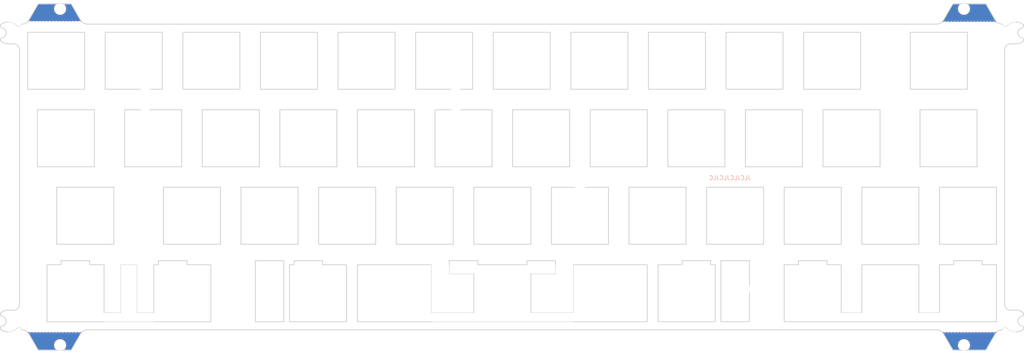
<source format=kicad_pcb>
(kicad_pcb (version 20221018) (generator pcbnew)
  (layers (0 "F.Cu" signal) (31 "B.Cu" signal) (34 "B.Paste" user) (35 "F.Paste" user) (36 "B.SilkS" user "B.Silkscreen") (37 "F.SilkS" user "F.Silkscreen") (38 "B.Mask" user) (39 "F.Mask" user) (44 "Edge.Cuts" user))
  (net 0 "")
  (footprint "PCM_marbastlib-various:mousebites_1mm" (layer "F.Cu") (at 130.825002 124.475001 90)
    (fp_text reference "REF**" hide)
    (fp_text value "mousebites 1mm" hide)
    (pad "" np_thru_hole circle (at 0.25 -0.635 90) (size 0.75 0.75) (drill 0.75) (layers "*.Cu" "*.Mask"))
    (pad "" np_thru_hole circle (at 0.25 0.635 90) (size 0.75 0.75) (drill 0.75) (layers "*.Cu" "*.Mask"))
    (pad "" np_thru_hole circle (at 0.25 1.905 90) (size 0.75 0.75) (drill 0.75) (layers "*.Cu" "*.Mask"))
  )
  (footprint "PCM_marbastlib-various:mousebites_1mm" (layer "F.Cu") (at 251.475002 124.475001 90)
    (fp_text reference "REF**" hide)
    (fp_text value "mousebites 1mm" hide)
    (pad "" np_thru_hole circle (at 0.25 -1.905 90) (size 0.75 0.75) (drill 0.75) (layers "*.Cu" "*.Mask"))
    (pad "" np_thru_hole circle (at 0.25 -0.635 90) (size 0.75 0.75) (drill 0.75) (layers "*.Cu" "*.Mask"))
    (pad "" np_thru_hole circle (at 0.25 0.635 90) (size 0.75 0.75) (drill 0.75) (layers "*.Cu" "*.Mask"))
    (pad "" np_thru_hole circle (at 0.25 1.905 90) (size 0.75 0.75) (drill 0.75) (layers "*.Cu" "*.Mask"))
  )
  (footprint "" (layer "F.Cu") (at 57.487502 118.744151)
    (fp_text reference "" (at 0 0) (layer "F.SilkS") (effects (font (size 1.27 1.27))))
    (fp_text value "" (at 0 0) (layer "F.SilkS") (effects (font (size 1.27 1.27))))
    (pad "" np_thru_hole circle (at 0 0) (size 5.5 5.5) (drill 5.5) (layers "*.Cu" "*.Mask"))
  )
  (footprint "" (layer "F.Cu") (at 238.274796 81.69425)
    (fp_text reference "" (at 0 0) (layer "F.SilkS") (effects (font (size 1.27 1.27))))
    (fp_text value "" (at 0 0) (layer "F.SilkS") (effects (font (size 1.27 1.27))))
    (pad "" np_thru_hole circle (at 0 0) (size 5.5 5.5) (drill 5.5) (layers "*.Cu" "*.Mask"))
  )
  (footprint "PCM_marbastlib-various:mousebites_2mm" (layer "F.Cu") (at 269.916969 137.633476 180)
    (fp_text reference "REF**" hide)
    (fp_text value "mousebites 2mm" hide)
    (pad "" np_thru_hole circle (at 0.05 0 180) (size 0.5 0.5) (drill 0.5) (layers "*.Cu" "*.Mask"))
    (pad "" np_thru_hole circle (at 0.05 0.9 180) (size 0.5 0.5) (drill 0.5) (layers "*.Cu" "*.Mask"))
    (pad "" np_thru_hole circle (at 0.05 1.85 180) (size 0.5 0.5) (drill 0.5) (layers "*.Cu" "*.Mask"))
    (pad "" np_thru_hole circle (at 0.2 -0.9 180) (size 0.5 0.5) (drill 0.5) (layers "*.Cu" "*.Mask"))
    (pad "" np_thru_hole circle (at 0.4 -1.8 180) (size 0.5 0.5) (drill 0.5) (layers "*.Cu" "*.Mask"))
  )
  (footprint "" (layer "F.Cu") (at 260.025128 144.39375 180)
    (fp_text reference "" (at 0 0) (layer "F.SilkS") (effects (font (size 1.27 1.27))))
    (fp_text value "" (at 0 0) (layer "F.SilkS") (effects (font (size 1.27 1.27))))
    (pad "" np_thru_hole circle (at 0 0 180) (size 2.5 2.5) (drill 2.5) (layers "*.Cu" "*.Mask"))
  )
  (footprint "" (layer "F.Cu") (at 260.025128 144.39375 180)
    (fp_text reference "" (at 0 0) (layer "F.SilkS") (effects (font (size 1.27 1.27))))
    (fp_text value "" (at 0 0) (layer "F.SilkS") (effects (font (size 1.27 1.27))))
    (pad "" np_thru_hole circle (at 0 0 180) (size 2.5 2.5) (drill 2.5) (layers "*.Cu" "*.Mask"))
  )
  (footprint "" (layer "F.Cu") (at 104.387502 130.294151)
    (fp_text reference "" (at 0 0) (layer "F.SilkS") (effects (font (size 1.27 1.27))))
    (fp_text value "" (at 0 0) (layer "F.SilkS") (effects (font (size 1.27 1.27))))
    (pad "" np_thru_hole circle (at 0 0) (size 5.5 5.5) (drill 5.5) (layers "*.Cu" "*.Mask"))
  )
  (footprint "PCM_marbastlib-various:mousebites_1mm" (layer "F.Cu") (at 51.450002 124.475001 90)
    (fp_text reference "REF**" hide)
    (fp_text value "mousebites 1mm" hide)
    (pad "" np_thru_hole circle (at 0.25 -1.905 90) (size 0.75 0.75) (drill 0.75) (layers "*.Cu" "*.Mask"))
    (pad "" np_thru_hole circle (at 0.25 -0.635 90) (size 0.75 0.75) (drill 0.75) (layers "*.Cu" "*.Mask"))
    (pad "" np_thru_hole circle (at 0.25 0.635 90) (size 0.75 0.75) (drill 0.75) (layers "*.Cu" "*.Mask"))
  )
  (footprint "" (layer "F.Cu") (at 38.137628 144.39375 180)
    (fp_text reference "" (at 0 0) (layer "F.SilkS") (effects (font (size 1.27 1.27))))
    (fp_text value "" (at 0 0) (layer "F.SilkS") (effects (font (size 1.27 1.27))))
    (pad "" np_thru_hole circle (at 0 0 180) (size 2.5 2.5) (drill 2.5) (layers "*.Cu" "*.Mask"))
  )
  (footprint "" (layer "F.Cu") (at 260.024872 61.69375)
    (fp_text reference "" (at 0 0) (layer "F.SilkS") (effects (font (size 1.27 1.27))))
    (fp_text value "" (at 0 0) (layer "F.SilkS") (effects (font (size 1.27 1.27))))
    (pad "" np_thru_hole circle (at 0 0) (size 2.5 2.5) (drill 2.5) (layers "*.Cu" "*.Mask"))
  )
  (footprint "" (layer "F.Cu") (at 165.724795 103.094252)
    (fp_text reference "" (at 0 0) (layer "F.SilkS") (effects (font (size 1.27 1.27))))
    (fp_text value "" (at 0 0) (layer "F.SilkS") (effects (font (size 1.27 1.27))))
    (pad "" np_thru_hole circle (at 0 0) (size 5.5 5.5) (drill 5.5) (layers "*.Cu" "*.Mask"))
  )
  (footprint "" (layer "F.Cu") (at 38.137628 144.39375 180)
    (fp_text reference "" (at 0 0) (layer "F.SilkS") (effects (font (size 1.27 1.27))))
    (fp_text value "" (at 0 0) (layer "F.SilkS") (effects (font (size 1.27 1.27))))
    (pad "" np_thru_hole circle (at 0 0 180) (size 2.5 2.5) (drill 2.5) (layers "*.Cu" "*.Mask"))
  )
  (footprint "PCM_marbastlib-various:mousebites_2mm" (layer "F.Cu") (at 36.812939 65.170467 -90)
    (fp_text reference "REF**" hide)
    (fp_text value "mousebites 2mm" hide)
    (pad "" np_thru_hole circle (at 0 -6 270) (size 0.5 0.5) (drill 0.5) (layers "F&B.Cu" "*.Mask"))
    (pad "" np_thru_hole circle (at 0 -5.2 270) (size 0.5 0.5) (drill 0.5) (layers "F&B.Cu" "*.Mask"))
    (pad "" np_thru_hole circle (at 0 -4.4 270) (size 0.5 0.5) (drill 0.5) (layers "F&B.Cu" "*.Mask"))
    (pad "" np_thru_hole circle (at 0 -3.6 270) (size 0.5 0.5) (drill 0.5) (layers "F&B.Cu" "*.Mask"))
    (pad "" np_thru_hole circle (at 0 -2.8 270) (size 0.5 0.5) (drill 0.5) (layers "F&B.Cu" "*.Mask"))
    (pad "" np_thru_hole circle (at 0 -2 270) (size 0.5 0.5) (drill 0.5) (layers "F&B.Cu" "*.Mask"))
    (pad "" np_thru_hole circle (at 0 -1.2 270) (size 0.5 0.5) (drill 0.5) (layers "F&B.Cu" "*.Mask"))
    (pad "" np_thru_hole circle (at 0 -0.4 270) (size 0.5 0.5) (drill 0.5) (layers "F&B.Cu" "*.Mask"))
    (pad "" np_thru_hole circle (at 0 0.4 270) (size 0.5 0.5) (drill 0.5) (layers "F&B.Cu" "*.Mask"))
    (pad "" np_thru_hole circle (at 0 1.2 270) (size 0.5 0.5) (drill 0.5) (layers "F&B.Cu" "*.Mask"))
    (pad "" np_thru_hole circle (at 0 2 270) (size 0.5 0.5) (drill 0.5) (layers "F&B.Cu" "*.Mask"))
    (pad "" np_thru_hole circle (at 0 2.8 270) (size 0.5 0.5) (drill 0.5) (layers "F&B.Cu" "*.Mask"))
    (pad "" np_thru_hole circle (at 0 3.6 270) (size 0.5 0.5) (drill 0.5) (layers "F&B.Cu" "*.Mask"))
    (pad "" np_thru_hole circle (at 0 4.4 270) (size 0.5 0.5) (drill 0.5) (layers "F&B.Cu" "*.Mask"))
    (pad "" np_thru_hole circle (at 0 5.2 270) (size 0.5 0.5) (drill 0.5) (layers "F&B.Cu" "*.Mask"))
    (pad "" np_thru_hole circle (at 0 6 270) (size 0.5 0.5) (drill 0.5) (layers "F&B.Cu" "*.Mask"))
  )
  (footprint "" (layer "F.Cu") (at 59.0375 83.992988)
    (fp_text reference "" (at 0 0) (layer "F.SilkS") (effects (font (size 1.27 1.27))))
    (fp_text value "" (at 0 0) (layer "F.SilkS") (effects (font (size 1.27 1.27))))
    (pad "" np_thru_hole circle (at 0 0) (size 5.5 5.5) (drill 5.5) (layers "*.Cu" "*.Mask"))
  )
  (footprint "PCM_marbastlib-various:mousebites_1mm" (layer "F.Cu") (at 232.425002 124.475001 90)
    (fp_text reference "REF**" hide)
    (fp_text value "mousebites 1mm" hide)
    (pad "" np_thru_hole circle (at 0.25 -1.905 90) (size 0.75 0.75) (drill 0.75) (layers "*.Cu" "*.Mask"))
    (pad "" np_thru_hole circle (at 0.25 -0.635 90) (size 0.75 0.75) (drill 0.75) (layers "*.Cu" "*.Mask"))
    (pad "" np_thru_hole circle (at 0.25 0.635 90) (size 0.75 0.75) (drill 0.75) (layers "*.Cu" "*.Mask"))
    (pad "" np_thru_hole circle (at 0.25 1.905 90) (size 0.75 0.75) (drill 0.75) (layers "*.Cu" "*.Mask"))
  )
  (footprint "" (layer "F.Cu") (at 38.137372 61.69375)
    (fp_text reference "" (at 0 0) (layer "F.SilkS") (effects (font (size 1.27 1.27))))
    (fp_text value "" (at 0 0) (layer "F.SilkS") (effects (font (size 1.27 1.27))))
    (pad "" np_thru_hole circle (at 0 0) (size 2.5 2.5) (drill 2.5) (layers "F&B.Cu" "*.Mask"))
  )
  (footprint "PCM_marbastlib-various:mousebites_1mm" (layer "F.Cu") (at 58.593752 124.475001 90)
    (fp_text reference "REF**" hide)
    (fp_text value "mousebites 1mm" hide)
    (pad "" np_thru_hole circle (at 0.25 -0.635 90) (size 0.75 0.75) (drill 0.75) (layers "*.Cu" "*.Mask"))
    (pad "" np_thru_hole circle (at 0.25 0.635 90) (size 0.75 0.75) (drill 0.75) (layers "*.Cu" "*.Mask"))
    (pad "" np_thru_hole circle (at 0.25 1.905 90) (size 0.75 0.75) (drill 0.75) (layers "*.Cu" "*.Mask"))
  )
  (footprint "" (layer "F.Cu") (at 135.237503 83.992988)
    (fp_text reference "" (at 0 0) (layer "F.SilkS") (effects (font (size 1.27 1.27))))
    (fp_text value "" (at 0 0) (layer "F.SilkS") (effects (font (size 1.27 1.27))))
    (pad "" np_thru_hole circle (at 0 0) (size 5.5 5.5) (drill 5.5) (layers "*.Cu" "*.Mask"))
  )
  (footprint "PCM_marbastlib-various:mousebites_2mm" (layer "F.Cu") (at 261.349561 140.817033 90)
    (fp_text reference "REF**" hide)
    (fp_text value "mousebites 2mm" hide)
    (pad "" np_thru_hole circle (at 0 -6 90) (size 0.5 0.5) (drill 0.5) (layers "*.Cu" "*.Mask"))
    (pad "" np_thru_hole circle (at 0 -5.2 90) (size 0.5 0.5) (drill 0.5) (layers "*.Cu" "*.Mask"))
    (pad "" np_thru_hole circle (at 0 -4.4 90) (size 0.5 0.5) (drill 0.5) (layers "*.Cu" "*.Mask"))
    (pad "" np_thru_hole circle (at 0 -3.6 90) (size 0.5 0.5) (drill 0.5) (layers "*.Cu" "*.Mask"))
    (pad "" np_thru_hole circle (at 0 -2.8 90) (size 0.5 0.5) (drill 0.5) (layers "*.Cu" "*.Mask"))
    (pad "" np_thru_hole circle (at 0 -2 90) (size 0.5 0.5) (drill 0.5) (layers "*.Cu" "*.Mask"))
    (pad "" np_thru_hole circle (at 0 -1.2 90) (size 0.5 0.5) (drill 0.5) (layers "*.Cu" "*.Mask"))
    (pad "" np_thru_hole circle (at 0 -0.4 90) (size 0.5 0.5) (drill 0.5) (layers "*.Cu" "*.Mask"))
    (pad "" np_thru_hole circle (at 0 0.4 90) (size 0.5 0.5) (drill 0.5) (layers "*.Cu" "*.Mask"))
    (pad "" np_thru_hole circle (at 0 1.2 90) (size 0.5 0.5) (drill 0.5) (layers "*.Cu" "*.Mask"))
    (pad "" np_thru_hole circle (at 0 2 90) (size 0.5 0.5) (drill 0.5) (layers "*.Cu" "*.Mask"))
    (pad "" np_thru_hole circle (at 0 2.8 90) (size 0.5 0.5) (drill 0.5) (layers "*.Cu" "*.Mask"))
    (pad "" np_thru_hole circle (at 0 3.6 90) (size 0.5 0.5) (drill 0.5) (layers "*.Cu" "*.Mask"))
    (pad "" np_thru_hole circle (at 0 4.4 90) (size 0.5 0.5) (drill 0.5) (layers "*.Cu" "*.Mask"))
    (pad "" np_thru_hole circle (at 0 5.2 90) (size 0.5 0.5) (drill 0.5) (layers "*.Cu" "*.Mask"))
    (pad "" np_thru_hole circle (at 0 6 90) (size 0.5 0.5) (drill 0.5) (layers "*.Cu" "*.Mask"))
  )
  (footprint "" (layer "F.Cu") (at 209.974795 130.494152)
    (fp_text reference "" (at 0 0) (layer "F.SilkS") (effects (font (size 1.27 1.27))))
    (fp_text value "" (at 0 0) (layer "F.SilkS") (effects (font (size 1.27 1.27))))
    (pad "" np_thru_hole circle (at 0 0) (size 5.5 5.5) (drill 5.5) (layers "*.Cu" "*.Mask"))
  )
  (footprint "PCM_marbastlib-various:mousebites_2mm" (layer "F.Cu") (at 28.245529 68.454023)
    (fp_text reference "REF**" hide)
    (fp_text value "mousebites 2mm" hide)
    (pad "" np_thru_hole circle (at 0.05 0) (size 0.5 0.5) (drill 0.5) (layers "F&B.Cu" "*.Mask"))
    (pad "" np_thru_hole circle (at 0.05 0.9) (size 0.5 0.5) (drill 0.5) (layers "F&B.Cu" "*.Mask"))
    (pad "" np_thru_hole circle (at 0.05 1.85) (size 0.5 0.5) (drill 0.5) (layers "F&B.Cu" "*.Mask"))
    (pad "" np_thru_hole circle (at 0.2 -0.9) (size 0.5 0.5) (drill 0.5) (layers "F&B.Cu" "*.Mask"))
    (pad "" np_thru_hole circle (at 0.4 -1.8) (size 0.5 0.5) (drill 0.5) (layers "F&B.Cu" "*.Mask"))
  )
  (footprint "PCM_marbastlib-various:mousebites_2mm" (layer "B.Cu") (at 261.349305 65.270467 -90)
    (fp_text reference "REF**" hide)
    (fp_text value "mousebites 2mm" hide)
    (pad "" np_thru_hole circle (at 0 -6 270) (size 0.5 0.5) (drill 0.5) (layers "*.Cu" "*.Mask"))
    (pad "" np_thru_hole circle (at 0 -5.2 270) (size 0.5 0.5) (drill 0.5) (layers "*.Cu" "*.Mask"))
    (pad "" np_thru_hole circle (at 0 -4.4 270) (size 0.5 0.5) (drill 0.5) (layers "*.Cu" "*.Mask"))
    (pad "" np_thru_hole circle (at 0 -3.6 270) (size 0.5 0.5) (drill 0.5) (layers "*.Cu" "*.Mask"))
    (pad "" np_thru_hole circle (at 0 -2.8 270) (size 0.5 0.5) (drill 0.5) (layers "*.Cu" "*.Mask"))
    (pad "" np_thru_hole circle (at 0 -2 270) (size 0.5 0.5) (drill 0.5) (layers "*.Cu" "*.Mask"))
    (pad "" np_thru_hole circle (at 0 -1.2 270) (size 0.5 0.5) (drill 0.5) (layers "*.Cu" "*.Mask"))
    (pad "" np_thru_hole circle (at 0 -0.4 270) (size 0.5 0.5) (drill 0.5) (layers "*.Cu" "*.Mask"))
    (pad "" np_thru_hole circle (at 0 0.4 270) (size 0.5 0.5) (drill 0.5) (layers "*.Cu" "*.Mask"))
    (pad "" np_thru_hole circle (at 0 1.2 270) (size 0.5 0.5) (drill 0.5) (layers "*.Cu" "*.Mask"))
    (pad "" np_thru_hole circle (at 0 2 270) (size 0.5 0.5) (drill 0.5) (layers "*.Cu" "*.Mask"))
    (pad "" np_thru_hole circle (at 0 2.8 270) (size 0.5 0.5) (drill 0.5) (layers "*.Cu" "*.Mask"))
    (pad "" np_thru_hole circle (at 0 3.6 270) (size 0.5 0.5) (drill 0.5) (layers "*.Cu" "*.Mask"))
    (pad "" np_thru_hole circle (at 0 4.4 270) (size 0.5 0.5) (drill 0.5) (layers "*.Cu" "*.Mask"))
    (pad "" np_thru_hole circle (at 0 5.2 270) (size 0.5 0.5) (drill 0.5) (layers "*.Cu" "*.Mask"))
    (pad "" np_thru_hole circle (at 0 6 270) (size 0.5 0.5) (drill 0.5) (layers "*.Cu" "*.Mask"))
  )
  (footprint "PCM_marbastlib-various:mousebites_2mm" (layer "B.Cu") (at 269.916969 68.454024 180)
    (fp_text reference "REF**" hide)
    (fp_text value "mousebites 2mm" hide)
    (pad "" np_thru_hole circle (at 0.05 -1.85 180) (size 0.5 0.5) (drill 0.5) (layers "*.Cu" "*.Mask"))
    (pad "" np_thru_hole circle (at 0.05 -0.9 180) (size 0.5 0.5) (drill 0.5) (layers "*.Cu" "*.Mask"))
    (pad "" np_thru_hole circle (at 0.05 0 180) (size 0.5 0.5) (drill 0.5) (layers "*.Cu" "*.Mask"))
    (pad "" np_thru_hole circle (at 0.2 0.9 180) (size 0.5 0.5) (drill 0.5) (layers "*.Cu" "*.Mask"))
    (pad "" np_thru_hole circle (at 0.4 1.8 180) (size 0.5 0.5) (drill 0.5) (layers "*.Cu" "*.Mask"))
  )
  (footprint "PCM_marbastlib-various:mousebites_2mm" (layer "B.Cu") (at 28.245531 137.633476)
    (fp_text reference "REF**" hide)
    (fp_text value "mousebites 2mm" hide)
    (pad "" np_thru_hole circle (at 0.05 -1.85) (size 0.5 0.5) (drill 0.5) (layers "*.Cu" "*.Mask"))
    (pad "" np_thru_hole circle (at 0.05 -0.9) (size 0.5 0.5) (drill 0.5) (layers "*.Cu" "*.Mask"))
    (pad "" np_thru_hole circle (at 0.05 0) (size 0.5 0.5) (drill 0.5) (layers "*.Cu" "*.Mask"))
    (pad "" np_thru_hole circle (at 0.2 0.9) (size 0.5 0.5) (drill 0.5) (layers "*.Cu" "*.Mask"))
    (pad "" np_thru_hole circle (at 0.4 1.8) (size 0.5 0.5) (drill 0.5) (layers "*.Cu" "*.Mask"))
  )
  (footprint "PCM_marbastlib-various:mousebites_2mm" (layer "B.Cu") (at 36.813195 140.817033 90)
    (fp_text reference "REF**" hide)
    (fp_text value "mousebites 2mm" hide)
    (pad "" np_thru_hole circle (at 0 -6 90) (size 0.5 0.5) (drill 0.5) (layers "*.Cu" "*.Mask"))
    (pad "" np_thru_hole circle (at 0 -5.2 90) (size 0.5 0.5) (drill 0.5) (layers "*.Cu" "*.Mask"))
    (pad "" np_thru_hole circle (at 0 -4.4 90) (size 0.5 0.5) (drill 0.5) (layers "*.Cu" "*.Mask"))
    (pad "" np_thru_hole circle (at 0 -3.6 90) (size 0.5 0.5) (drill 0.5) (layers "*.Cu" "*.Mask"))
    (pad "" np_thru_hole circle (at 0 -2.8 90) (size 0.5 0.5) (drill 0.5) (layers "*.Cu" "*.Mask"))
    (pad "" np_thru_hole circle (at 0 -2 90) (size 0.5 0.5) (drill 0.5) (layers "*.Cu" "*.Mask"))
    (pad "" np_thru_hole circle (at 0 -1.2 90) (size 0.5 0.5) (drill 0.5) (layers "*.Cu" "*.Mask"))
    (pad "" np_thru_hole circle (at 0 -0.4 90) (size 0.5 0.5) (drill 0.5) (layers "*.Cu" "*.Mask"))
    (pad "" np_thru_hole circle (at 0 0.4 90) (size 0.5 0.5) (drill 0.5) (layers "*.Cu" "*.Mask"))
    (pad "" np_thru_hole circle (at 0 1.2 90) (size 0.5 0.5) (drill 0.5) (layers "*.Cu" "*.Mask"))
    (pad "" np_thru_hole circle (at 0 2 90) (size 0.5 0.5) (drill 0.5) (layers "*.Cu" "*.Mask"))
    (pad "" np_thru_hole circle (at 0 2.8 90) (size 0.5 0.5) (drill 0.5) (layers "*.Cu" "*.Mask"))
    (pad "" np_thru_hole circle (at 0 3.6 90) (size 0.5 0.5) (drill 0.5) (layers "*.Cu" "*.Mask"))
    (pad "" np_thru_hole circle (at 0 4.4 90) (size 0.5 0.5) (drill 0.5) (layers "*.Cu" "*.Mask"))
    (pad "" np_thru_hole circle (at 0 5.2 90) (size 0.5 0.5) (drill 0.5) (layers "*.Cu" "*.Mask"))
    (pad "" np_thru_hole circle (at 0 6 90) (size 0.5 0.5) (drill 0.5) (layers "*.Cu" "*.Mask"))
  )
  (footprint "PCM_marbastlib-various:mousebites_1mm" (layer "B.Cu") (at 162.574998 124.475001 90)
    (fp_text reference "REF**" hide)
    (fp_text value "mousebites 1mm" hide)
    (pad "" np_thru_hole circle (at 0.25 -1.905 90) (size 0.75 0.75) (drill 0.75) (layers "*.Cu" "*.Mask"))
    (pad "" np_thru_hole circle (at 0.25 -0.635 90) (size 0.75 0.75) (drill 0.75) (layers "*.Cu" "*.Mask"))
    (pad "" np_thru_hole circle (at 0.25 0.635 90) (size 0.75 0.75) (drill 0.75) (layers "*.Cu" "*.Mask"))
  )
  (gr_line (start 30.461201 141.61875) (end 32.770602 145.61875) (stroke (width 0.2)) (layer "Edge.Cuts"))
  (gr_arc (start 28.72915 140.61875) (mid 29.72915 140.886699) (end 30.461201 141.61875) (stroke (width 0.2)) (layer "Edge.Cuts"))
  (gr_line (start 28.1625 71.793752) (end 28.1625 134.293751) (stroke (width 0.2)) (layer "Edge.Cuts"))
  (gr_line (start 206.375 86.51875) (end 220.375 86.51875) (stroke (width 0.2)) (layer "Edge.Cuts"))
  (gr_line (start 63.2125 67.46875) (end 49.2125 67.46875) (stroke (width 0.2)) (layer "Edge.Cuts"))
  (gr_line (start 69.26925 124.61875) (end 75.11875 124.61875) (stroke (width 0.2)) (layer "Edge.Cuts"))
  (gr_line (start 177.8 119.56875) (end 177.8 105.56875) (stroke (width 0.2)) (layer "Edge.Cuts"))
  (gr_line (start 159.724999 123.61875) (end 159.724999 124.61875) (stroke (width 0.2)) (layer "Edge.Cuts"))
  (gr_line (start 106.075001 86.51875) (end 106.075001 100.51875) (stroke (width 0.2)) (layer "Edge.Cuts"))
  (gr_line (start 196.5625 81.468751) (end 182.5625 81.468751) (stroke (width 0.2)) (layer "Edge.Cuts"))
  (gr_line (start 111.124999 100.51875) (end 111.124999 86.51875) (stroke (width 0.2)) (layer "Edge.Cuts"))
  (gr_line (start 248.949999 124.61875) (end 248.949999 136.381251) (stroke (width 0.2)) (layer "Edge.Cuts"))
  (gr_line (start 95.574999 124.61875) (end 95.574999 123.61875) (stroke (width 0.2)) (layer "Edge.Cuts"))
  (gr_arc (start 25.312498 70.293751) (mid 24.444271 70.14893) (end 23.670052 69.730148) (stroke (width 0.2)) (layer "Edge.Cuts"))
  (gr_arc (start 274.492446 136.357356) (mid 274.671945 136.867421) (end 274.282462 137.242505) (stroke (width 0.2)) (layer "Edge.Cuts"))
  (gr_line (start 87.3125 67.468749) (end 101.3125 67.468749) (stroke (width 0.2)) (layer "Edge.Cuts"))
  (gr_line (start 108.45625 138.61875) (end 94.45625 138.61875) (stroke (width 0.2)) (layer "Edge.Cuts"))
  (gr_line (start 129.237502 131.618751) (end 129.237502 124.61875) (stroke (width 0.1)) (layer "Edge.Cuts"))
  (gr_line (start 219.399998 124.61875) (end 219.4 123.618751) (stroke (width 0.2)) (layer "Edge.Cuts"))
  (gr_arc (start 274.492446 140.580148) (mid 273.718227 140.998931) (end 272.849999 141.143751) (stroke (width 0.2)) (layer "Edge.Cuts"))
  (gr_line (start 200.349999 138.618751) (end 200.349999 123.61875) (stroke (width 0.2)) (layer "Edge.Cuts"))
  (gr_arc (start 255.010701 64.46875) (mid 254.27865 65.200801) (end 253.27865 65.46875) (stroke (width 0.2)) (layer "Edge.Cuts"))
  (gr_line (start 200.349999 123.61875) (end 207.349999 123.61875) (stroke (width 0.2)) (layer "Edge.Cuts"))
  (gr_line (start 234.6625 81.468751) (end 220.662499 81.468751) (stroke (width 0.2)) (layer "Edge.Cuts"))
  (gr_line (start 38.386375 145.61875) (end 40.842398 145.61875) (stroke (width 0.2)) (layer "Edge.Cuts"))
  (gr_line (start 271.500001 70.29375) (end 272.849999 70.29375) (stroke (width 0.2)) (layer "Edge.Cuts"))
  (gr_line (start 197.825 123.618751) (end 197.825 124.61875) (stroke (width 0.2)) (layer "Edge.Cuts"))
  (gr_line (start 264.499999 124.61875) (end 268 124.61875) (stroke (width 0.2)) (layer "Edge.Cuts"))
  (gr_line (start 257.5 124.618749) (end 257.5 123.618751) (stroke (width 0.2)) (layer "Edge.Cuts"))
  (gr_line (start 75.11875 124.61875) (end 75.11875 138.618751) (stroke (width 0.2)) (layer "Edge.Cuts"))
  (gr_line (start 38.39325 124.61875) (end 38.39325 123.61875) (stroke (width 0.2)) (layer "Edge.Cuts"))
  (gr_line (start 82.2625 67.468749) (end 82.262499 81.46875) (stroke (width 0.2)) (layer "Edge.Cuts"))
  (gr_line (start 120.649999 119.56875) (end 120.649999 105.56875) (stroke (width 0.2)) (layer "Edge.Cuts"))
  (gr_line (start 139.7 126.856251) (end 133.675 126.856251) (stroke (width 0.1)) (layer "Edge.Cuts"))
  (gr_line (start 248.949999 124.61875) (end 234.949998 124.61875) (stroke (width 0.2)) (layer "Edge.Cuts"))
  (gr_line (start 234.949999 119.56875) (end 234.95 105.568751) (stroke (width 0.2)) (layer "Edge.Cuts"))
  (gr_line (start 249.2375 86.518751) (end 263.237498 86.51875) (stroke (width 0.2)) (layer "Edge.Cuts"))
  (gr_arc (start 28.729148 65.468749) (mid 28.254252 66.034442) (end 27.544308 65.830689) (stroke (width 0.1)) (layer "Edge.Cuts"))
  (gr_line (start 253.999999 138.618751) (end 229.9 138.61875) (stroke (width 0.2)) (layer "Edge.Cuts"))
  (gr_arc (start 274.282462 68.844995) (mid 273.275 67.618751) (end 274.282462 66.392507) (stroke (width 0.2)) (layer "Edge.Cuts"))
  (gr_line (start 177.5125 67.46875) (end 177.5125 81.46875) (stroke (width 0.2)) (layer "Edge.Cuts"))
  (gr_line (start 38.386375 145.61875) (end 37.888881 145.61875) (stroke (width 0.1)) (layer "Edge.Cuts"))
  (gr_line (start 86.05 123.61875) (end 93.05 123.618751) (stroke (width 0.2)) (layer "Edge.Cuts"))
  (gr_arc (start 269.43335 140.61875) (mid 269.908246 140.053057) (end 270.61819 140.25681) (stroke (width 0.1)) (layer "Edge.Cuts"))
  (gr_arc (start 23.670052 69.730148) (mid 23.49055 69.22008) (end 23.880036 68.844996) (stroke (width 0.2)) (layer "Edge.Cuts"))
  (gr_line (start 48.925003 138.618751) (end 61.118748 138.618751) (stroke (width 0.1)) (layer "Edge.Cuts"))
  (gr_arc (start 43.151799 141.61875) (mid 43.88385 140.886699) (end 44.88385 140.61875) (stroke (width 0.2)) (layer "Edge.Cuts"))
  (gr_line (start 106.3625 81.468751) (end 106.3625 67.46875) (stroke (width 0.2)) (layer "Edge.Cuts"))
  (gr_line (start 144.4625 81.46875) (end 144.4625 67.46875) (stroke (width 0.2)) (layer "Edge.Cuts"))
  (gr_line (start 43.151799 64.46875) (end 40.842398 60.46875) (stroke (width 0.2)) (layer "Edge.Cuts"))
  (gr_line (start 259.776125 60.46875) (end 257.320102 60.46875) (stroke (width 0.2)) (layer "Edge.Cuts"))
  (gr_arc (start 274.282462 139.694996) (mid 273.275 138.468752) (end 274.282462 137.242505) (stroke (width 0.2)) (layer "Edge.Cuts"))
  (gr_line (start 111.124999 138.61875) (end 111.124999 124.61875) (stroke (width 0.2)) (layer "Edge.Cuts"))
  (gr_line (start 32.770602 60.46875) (end 30.461201 64.46875) (stroke (width 0.2)) (layer "Edge.Cuts"))
  (gr_line (start 139.412499 67.46875) (end 125.412499 67.46875) (stroke (width 0.2)) (layer "Edge.Cuts"))
  (gr_line (start 26.662499 135.79375) (end 25.312498 135.79375) (stroke (width 0.2)) (layer "Edge.Cuts"))
  (gr_line (start 263.237498 86.51875) (end 263.237498 100.51875) (stroke (width 0.2)) (layer "Edge.Cuts"))
  (gr_line (start 164.162498 138.618752) (end 129.237502 138.618752) (stroke (width 0.1)) (layer "Edge.Cuts"))
  (gr_line (start 215.899999 138.61875) (end 215.899999 124.61875) (stroke (width 0.2)) (layer "Edge.Cuts"))
  (gr_line (start 257.5 124.618749) (end 254 124.618751) (stroke (width 0.2)) (layer "Edge.Cuts"))
  (gr_arc (start 272.849999 64.943752) (mid 273.718227 65.088573) (end 274.492446 65.507355) (stroke (width 0.2)) (layer "Edge.Cuts"))
  (gr_line (start 184.943748 124.61875) (end 190.825 124.61875) (stroke (width 0.2)) (layer "Edge.Cuts"))
  (gr_line (start 38.39325 123.61875) (end 45.39325 123.618751) (stroke (width 0.2)) (layer "Edge.Cuts"))
  (gr_line (start 260.85625 67.46875) (end 260.85625 81.46875) (stroke (width 0.2)) (layer "Edge.Cuts"))
  (gr_line (start 106.3625 67.46875) (end 120.3625 67.46875) (stroke (width 0.2)) (layer "Edge.Cuts"))
  (gr_line (start 34.925 138.618751) (end 34.925001 124.61875) (stroke (width 0.2)) (layer "Edge.Cuts"))
  (gr_line (start 37.30625 105.568751) (end 51.30625 105.568751) (stroke (width 0.2)) (layer "Edge.Cuts"))
  (gr_line (start 68.2625 67.468749) (end 82.2625 67.468749) (stroke (width 0.2)) (layer "Edge.Cuts"))
  (gr_line (start 32.770602 145.61875) (end 37.888881 145.61875) (stroke (width 0.2)) (layer "Edge.Cuts"))
  (gr_line (start 37.30625 119.568751) (end 37.30625 105.568751) (stroke (width 0.2)) (layer "Edge.Cuts"))
  (gr_line (start 153.7 136.381251) (end 159.724999 136.381251) (stroke (width 0.1)) (layer "Edge.Cuts"))
  (gr_line (start 246.85625 81.46875) (end 246.85625 67.46875) (stroke (width 0.2)) (layer "Edge.Cuts"))
  (gr_line (start 92.075 100.51875) (end 92.075 86.51875) (stroke (width 0.2)) (layer "Edge.Cuts"))
  (gr_line (start 133.675 124.61875) (end 133.675 123.618751) (stroke (width 0.2)) (layer "Edge.Cuts"))
  (gr_line (start 226.4 124.618749) (end 229.9 124.61875) (stroke (width 0.2)) (layer "Edge.Cuts"))
  (gr_line (start 120.3625 67.46875) (end 120.3625 81.468751) (stroke (width 0.2)) (layer "Edge.Cuts"))
  (gr_line (start 229.9 119.56875) (end 215.899999 119.56875) (stroke (width 0.2)) (layer "Edge.Cuts"))
  (gr_line (start 63.2125 81.46875) (end 63.2125 67.46875) (stroke (width 0.2)) (layer "Edge.Cuts"))
  (gr_line (start 268 124.61875) (end 268 138.618751) (stroke (width 0.2)) (layer "Edge.Cuts"))
  (gr_line (start 229.9 105.56875) (end 229.9 119.56875) (stroke (width 0.2)) (layer "Edge.Cuts"))
  (gr_line (start 129.237502 138.618752) (end 111.124999 138.61875) (stroke (width 0.2)) (layer "Edge.Cuts"))
  (gr_line (start 53.975 86.51875) (end 53.975 100.51875) (stroke (width 0.2)) (layer "Edge.Cuts"))
  (gr_arc (start 25.312499 141.14375) (mid 24.44427 140.998929) (end 23.670051 140.580146) (stroke (width 0.2)) (layer "Edge.Cuts"))
  (gr_line (start 234.95 105.568751) (end 248.949999 105.56875) (stroke (width 0.2)) (layer "Edge.Cuts"))
  (gr_line (start 149.225 86.518751) (end 163.224998 86.51875) (stroke (width 0.2)) (layer "Edge.Cuts"))
  (gr_line (start 111.124999 86.51875) (end 125.125 86.51875) (stroke (width 0.2)) (layer "Edge.Cuts"))
  (gr_arc (start 270.618188 65.830691) (mid 271.642551 65.156872) (end 272.849999 64.943752) (stroke (width 0.1)) (layer "Edge.Cuts"))
  (gr_line (start 191.8 119.56875) (end 177.8 119.56875) (stroke (width 0.2)) (layer "Edge.Cuts"))
  (gr_line (start 40.842398 145.61875) (end 43.151799 141.61875) (stroke (width 0.2)) (layer "Edge.Cuts"))
  (gr_line (start 254 105.568751) (end 268 105.568751) (stroke (width 0.2)) (layer "Edge.Cuts"))
  (gr_line (start 207.349999 123.61875) (end 207.35 138.618751) (stroke (width 0.2)) (layer "Edge.Cuts"))
  (gr_line (start 129.237502 136.381251) (end 129.237502 131.618751) (stroke (width 0.1)) (layer "Edge.Cuts"))
  (gr_arc (start 23.880036 137.242507) (mid 23.490554 136.867422) (end 23.670051 136.357354) (stroke (width 0.2)) (layer "Edge.Cuts"))
  (gr_line (start 158.75 105.568751) (end 158.75 119.568751) (stroke (width 0.2)) (layer "Edge.Cuts"))
  (gr_line (start 139.7 136.381251) (end 139.7 126.856251) (stroke (width 0.2)) (layer "Edge.Cuts"))
  (gr_line (start 57.006252 136.381251) (end 61.118748 136.381251) (stroke (width 0.1)) (layer "Edge.Cuts"))
  (gr_line (start 168.274999 100.51875) (end 168.274999 86.51875) (stroke (width 0.2)) (layer "Edge.Cuts"))
  (gr_arc (start 23.880036 66.392505) (mid 23.490555 66.017421) (end 23.670052 65.507356) (stroke (width 0.2)) (layer "Edge.Cuts"))
  (gr_line (start 164.162502 124.61875) (end 182.275 124.61875) (stroke (width 0.2)) (layer "Edge.Cuts"))
  (gr_line (start 201.325 100.518749) (end 187.325001 100.51875) (stroke (width 0.2)) (layer "Edge.Cuts"))
  (gr_line (start 201.325 86.518751) (end 201.325 100.518749) (stroke (width 0.2)) (layer "Edge.Cuts"))
  (gr_line (start 177.8 105.56875) (end 191.8 105.56875) (stroke (width 0.2)) (layer "Edge.Cuts"))
  (gr_line (start 158.4625 81.46875) (end 144.4625 81.46875) (stroke (width 0.2)) (layer "Edge.Cuts"))
  (gr_line (start 134.649999 119.56875) (end 120.649999 119.56875) (stroke (width 0.2)) (layer "Edge.Cuts"))
  (gr_line (start 201.6125 67.46875) (end 215.6125 67.46875) (stroke (width 0.2)) (layer "Edge.Cuts"))
  (gr_line (start 164.162502 136.381251) (end 159.724999 136.381251) (stroke (width 0.1)) (layer "Edge.Cuts"))
  (gr_line (start 102.575 123.618751) (end 102.574999 124.61875) (stroke (width 0.2)) (layer "Edge.Cuts"))
  (gr_line (start 254 136.381251) (end 254 124.618751) (stroke (width 0.2)) (layer "Edge.Cuts"))
  (gr_line (start 229.9 136.381251) (end 234.949999 136.381251) (stroke (width 0.1)) (layer "Edge.Cuts"))
  (gr_line (start 210.85 105.56875) (end 210.85 119.56875) (stroke (width 0.2)) (layer "Edge.Cuts"))
  (gr_line (start 215.6125 81.468751) (end 201.6125 81.468751) (stroke (width 0.2)) (layer "Edge.Cuts"))
  (gr_arc (start 26.662499 70.293751) (mid 27.723159 70.733091) (end 28.1625 71.793752) (stroke (width 0.2)) (layer "Edge.Cuts"))
  (gr_line (start 152.725 123.618751) (end 159.724999 123.61875) (stroke (width 0.2)) (layer "Edge.Cuts"))
  (gr_line (start 149.225 100.51875) (end 149.225 86.518751) (stroke (width 0.2)) (layer "Edge.Cuts"))
  (gr_line (start 215.899999 124.61875) (end 219.399998 124.61875) (stroke (width 0.2)) (layer "Edge.Cuts"))
  (gr_line (start 196.5625 67.468749) (end 196.5625 81.468751) (stroke (width 0.2)) (layer "Edge.Cuts"))
  (gr_line (start 53.037502 124.61875) (end 57.006252 124.61875) (stroke (width 0.1)) (layer "Edge.Cuts"))
  (gr_arc (start 28.1625 134.293751) (mid 27.72316 135.354412) (end 26.662499 135.79375) (stroke (width 0.2)) (layer "Edge.Cuts"))
  (gr_line (start 215.899999 119.56875) (end 215.899999 105.56875) (stroke (width 0.2)) (layer "Edge.Cuts"))
  (gr_line (start 152.725 124.618749) (end 152.725 123.618751) (stroke (width 0.2)) (layer "Edge.Cuts"))
  (gr_line (start 44.88385 140.61875) (end 253.27865 140.61875) (stroke (width 0.2)) (layer "Edge.Cuts"))
  (gr_line (start 69.26925 123.61875) (end 69.26925 124.61875) (stroke (width 0.2)) (layer "Edge.Cuts"))
  (gr_line (start 44.1625 81.46875) (end 30.1625 81.46875) (stroke (width 0.2)) (layer "Edge.Cuts"))
  (gr_arc (start 270.61819 65.83069) (mid 269.908246 66.034443) (end 269.43335 65.46875) (stroke (width 0.1)) (layer "Edge.Cuts"))
  (gr_line (start 187.325001 86.51875) (end 201.325 86.518751) (stroke (width 0.2)) (layer "Edge.Cuts"))
  (gr_line (start 140.675 123.61875) (end 140.675 124.61875) (stroke (width 0.2)) (layer "Edge.Cuts"))
  (gr_line (start 265.391898 60.46875) (end 260.273619 60.46875) (stroke (width 0.2)) (layer "Edge.Cuts"))
  (gr_line (start 220.375 86.51875) (end 220.375 100.51875) (stroke (width 0.2)) (layer "Edge.Cuts"))
  (gr_line (start 153.7 105.568751) (end 153.7 119.568751) (stroke (width 0.2)) (layer "Edge.Cuts"))
  (gr_line (start 61.118748 124.61875) (end 61.118748 136.381251) (stroke (width 0.2)) (layer "Edge.Cuts"))
  (gr_arc (start 269.43335 65.46875) (mid 268.43335 65.200801) (end 267.701299 64.46875) (stroke (width 0.2)) (layer "Edge.Cuts"))
  (gr_arc (start 271.5 135.79375) (mid 270.43934 135.35441) (end 270 134.29375) (stroke (width 0.2)) (layer "Edge.Cuts"))
  (gr_line (start 182.5625 67.468749) (end 196.5625 67.468749) (stroke (width 0.2)) (layer "Edge.Cuts"))
  (gr_line (start 96.55 105.56875) (end 96.55 119.56875) (stroke (width 0.2)) (layer "Edge.Cuts"))
  (gr_arc (start 30.461201 64.46875) (mid 29.72915 65.200801) (end 28.72915 65.46875) (stroke (width 0.2)) (layer "Edge.Cuts"))
  (gr_line (start 270 134.29375) (end 270 71.79375) (stroke (width 0.2)) (layer "Edge.Cuts"))
  (gr_arc (start 274.282462 68.844995) (mid 274.671945 69.22008) (end 274.492447 69.730146) (stroke (width 0.2)) (layer "Edge.Cuts"))
  (gr_line (start 190.825 124.61875) (end 190.825 123.61875) (stroke (width 0.2)) (layer "Edge.Cuts"))
  (gr_line (start 37.888625 60.46875) (end 38.386119 60.46875) (stroke (width 0.1)) (layer "Edge.Cuts"))
  (gr_arc (start 23.670052 65.507356) (mid 24.44427 65.088573) (end 25.312498 64.94375) (stroke (width 0.2)) (layer "Edge.Cuts"))
  (gr_line (start 101.3125 67.468749) (end 101.3125 81.468751) (stroke (width 0.2)) (layer "Edge.Cuts"))
  (gr_line (start 46.543749 86.51875) (end 46.543749 100.51875) (stroke (width 0.2)) (layer "Edge.Cuts"))
  (gr_line (start 34.925001 124.61875) (end 38.39325 124.61875) (stroke (width 0.2)) (layer "Edge.Cuts"))
  (gr_line (start 158.75 119.568751) (end 172.75 119.568751) (stroke (width 0.2)) (layer "Edge.Cuts"))
  (gr_line (start 198.943749 124.61875) (end 198.943749 138.618751) (stroke (width 0.2)) (layer "Edge.Cuts"))
  (gr_line (start 182.275 138.618751) (end 164.162498 138.618752) (stroke (width 0.2)) (layer "Edge.Cuts"))
  (gr_line (start 225.424999 100.51875) (end 225.424999 86.51875) (stroke (width 0.2)) (layer "Edge.Cuts"))
  (gr_line (start 73.025 86.518751) (end 87.024999 86.51875) (stroke (width 0.2)) (layer "Edge.Cuts"))
  (gr_line (start 48.925003 138.618751) (end 34.925 138.618751) (stroke (width 0.2)) (layer "Edge.Cuts"))
  (gr_line (start 73.025 100.518749) (end 73.025 86.518751) (stroke (width 0.2)) (layer "Edge.Cuts"))
  (gr_line (start 63.5 119.56875) (end 63.499999 105.568751) (stroke (width 0.2)) (layer "Edge.Cuts"))
  (gr_line (start 144.174999 100.51875) (end 144.174999 86.51875) (stroke (width 0.2)) (layer "Edge.Cuts"))
  (gr_line (start 153.7 119.568751) (end 139.7 119.568751) (stroke (width 0.2)) (layer "Edge.Cuts"))
  (gr_line (start 51.30625 119.568751) (end 37.30625 119.568751) (stroke (width 0.2)) (layer "Edge.Cuts"))
  (gr_line (start 206.375 100.51875) (end 206.375 86.51875) (stroke (width 0.2)) (layer "Edge.Cuts"))
  (gr_line (start 37.888625 60.46875) (end 32.770602 60.46875) (stroke (width 0.2)) (layer "Edge.Cuts"))
  (gr_arc (start 253.27865 140.61875) (mid 254.27865 140.886699) (end 255.010701 141.61875) (stroke (width 0.2)) (layer "Edge.Cuts"))
  (gr_line (start 220.662499 67.46875) (end 234.6625 67.46875) (stroke (width 0.2)) (layer "Edge.Cuts"))
  (gr_line (start 163.512499 81.46875) (end 163.5125 67.468749) (stroke (width 0.2)) (layer "Edge.Cuts"))
  (gr_line (start 260.273875 145.61875) (end 259.776381 145.61875) (stroke (width 0.1)) (layer "Edge.Cuts"))
  (gr_arc (start 44.88385 65.46875) (mid 43.88385 65.200801) (end 43.151799 64.46875) (stroke (width 0.2)) (layer "Edge.Cuts"))
  (gr_line (start 82.55 105.56875) (end 96.55 105.56875) (stroke (width 0.2)) (layer "Edge.Cuts"))
  (gr_line (start 265.391898 145.61875) (end 267.701299 141.61875) (stroke (width 0.2)) (layer "Edge.Cuts"))
  (gr_line (start 219.4 123.618751) (end 226.4 123.618751) (stroke (width 0.2)) (layer "Edge.Cuts"))
  (gr_line (start 239.424999 86.51875) (end 239.424999 100.51875) (stroke (width 0.2)) (layer "Edge.Cuts"))
  (gr_arc (start 274.282462 139.694996) (mid 274.671944 140.070082) (end 274.492446 140.580148) (stroke (width 0.2)) (layer "Edge.Cuts"))
  (gr_line (start 87.3125 81.468751) (end 87.3125 67.468749) (stroke (width 0.2)) (layer "Edge.Cuts"))
  (gr_line (start 249.237498 100.51875) (end 249.2375 86.518751) (stroke (width 0.2)) (layer "Edge.Cuts"))
  (gr_line (start 32.543748 86.51875) (end 46.543749 86.51875) (stroke (width 0.2)) (layer "Edge.Cuts"))
  (gr_arc (start 27.54431 140.25681) (mid 28.254254 140.053056) (end 28.72915 140.61875) (stroke (width 0.1)) (layer "Edge.Cuts"))
  (gr_line (start 77.5 105.568751) (end 77.5 119.568751) (stroke (width 0.2)) (layer "Edge.Cuts"))
  (gr_arc (start 23.880036 137.242507) (mid 24.887497 138.46875) (end 23.880036 139.694995) (stroke (width 0.2)) (layer "Edge.Cuts"))
  (gr_line (start 197.825 124.61875) (end 198.943749 124.61875) (stroke (width 0.2)) (layer "Edge.Cuts"))
  (gr_line (start 234.949999 136.381251) (end 234.95 124.618751) (stroke (width 0.2)) (layer "Edge.Cuts"))
  (gr_line (start 257.320102 60.46875) (end 255.010701 64.46875) (stroke (width 0.2)) (layer "Edge.Cuts"))
  (gr_line (start 164.162498 124.61875) (end 164.162498 131.618751) (stroke (width 0.1)) (layer "Edge.Cuts"))
  (gr_arc (start 274.492447 69.730146) (mid 273.718228 70.14893) (end 272.849999 70.29375) (stroke (width 0.2)) (layer "Edge.Cuts"))
  (gr_line (start 246.85625 67.46875) (end 260.85625 67.46875) (stroke (width 0.2)) (layer "Edge.Cuts"))
  (gr_line (start 163.5125 67.468749) (end 177.5125 67.46875) (stroke (width 0.2)) (layer "Edge.Cuts"))
  (gr_line (start 45.39325 123.618751) (end 45.39325 124.61875) (stroke (width 0.2)) (layer "Edge.Cuts"))
  (gr_line (start 125.125 86.51875) (end 125.125 100.51875) (stroke (width 0.2)) (layer "Edge.Cuts"))
  (gr_line (start 133.675 123.618751) (end 140.675 123.61875) (stroke (width 0.2)) (layer "Edge.Cuts"))
  (gr_line (start 130.174999 100.51875) (end 144.174999 100.51875) (stroke (width 0.2)) (layer "Edge.Cuts"))
  (gr_line (start 144.174999 86.51875) (end 130.174999 86.51875) (stroke (width 0.2)) (layer "Edge.Cuts"))
  (gr_arc (start 267.701299 141.61875) (mid 268.43335 140.886699) (end 269.43335 140.61875) (stroke (width 0.2)) (layer "Edge.Cuts"))
  (gr_line (start 96.55 119.56875) (end 82.55 119.56875) (stroke (width 0.2)) (layer "Edge.Cuts"))
  (gr_line (start 30.1625 81.46875) (end 30.162499 67.46875) (stroke (width 0.2)) (layer "Edge.Cuts"))
  (gr_line (start 144.4625 67.46875) (end 158.4625 67.46875) (stroke (width 0.2)) (layer "Edge.Cuts"))
  (gr_line (start 125.412499 81.468751) (end 139.412499 81.468751) (stroke (width 0.2)) (layer "Edge.Cuts"))
  (gr_line (start 182.5625 81.468751) (end 182.5625 67.468749) (stroke (width 0.2)) (layer "Edge.Cuts"))
  (gr_line (start 106.075001 100.51875) (end 92.075 100.51875) (stroke (width 0.2)) (layer "Edge.Cuts"))
  (gr_line (start 267.701299 64.46875) (end 265.391898 60.46875) (stroke (width 0.2)) (layer "Edge.Cuts"))
  (gr_line (start 215.899999 105.56875) (end 229.9 105.56875) (stroke (width 0.2)) (layer "Edge.Cuts"))
  (gr_line (start 187.325001 100.51875) (end 187.325001 86.51875) (stroke (width 0.2)) (layer "Edge.Cuts"))
  (gr_line (start 48.925003 124.61875) (end 48.925003 136.381251) (stroke (width 0.2)) (layer "Edge.Cuts"))
  (gr_line (start 272.849999 135.79375) (end 271.5 135.79375) (stroke (width 0.2)) (layer "Edge.Cuts"))
  (gr_line (start 102.574999 124.61875) (end 108.45625 124.61875) (stroke (width 0.2)) (layer "Edge.Cuts"))
  (gr_line (start 57.006252 136.381251) (end 57.006252 124.61875) (stroke (width 0.1)) (layer "Edge.Cuts"))
  (gr_line (start 115.6 105.56875) (end 115.6 119.56875) (stroke (width 0.2)) (layer "Edge.Cuts"))
  (gr_line (start 164.162498 131.618751) (end 164.162502 136.381251) (stroke (width 0.1)) (layer "Edge.Cuts"))
  (gr_line (start 93.05 123.618751) (end 93.05 138.61875) (stroke (width 0.2)) (layer "Edge.Cuts"))
  (gr_line (start 172.75 119.568751) (end 172.75 105.568751) (stroke (width 0.2)) (layer "Edge.Cuts"))
  (gr_line (start 133.675001 136.381251) (end 139.7 136.381251) (stroke (width 0.1)) (layer "Edge.Cuts"))
  (gr_line (start 51.30625 105.568751) (end 51.30625 119.568751) (stroke (width 0.2)) (layer "Edge.Cuts"))
  (gr_arc (start 23.670051 140.580146) (mid 23.490552 140.07008) (end 23.880036 139.694995) (stroke (width 0.2)) (layer "Edge.Cuts"))
  (gr_line (start 201.6125 81.468751) (end 201.6125 67.46875) (stroke (width 0.2)) (layer "Edge.Cuts"))
  (gr_line (start 32.543748 100.51875) (end 32.543748 86.51875) (stroke (width 0.2)) (layer "Edge.Cuts"))
  (gr_line (start 53.037502 124.61875) (end 53.037502 136.381251) (stroke (width 0.1)) (layer "Edge.Cuts"))
  (gr_line (start 182.275 100.51875) (end 168.274999 100.51875) (stroke (width 0.2)) (layer "Edge.Cuts"))
  (gr_line (start 163.224998 100.51875) (end 149.225 100.51875) (stroke (width 0.2)) (layer "Edge.Cuts"))
  (gr_line (start 253.27865 65.46875) (end 44.88385 65.46875) (stroke (width 0.2)) (layer "Edge.Cuts"))
  (gr_line (start 182.275 124.61875) (end 182.275 138.618751) (stroke (width 0.2)) (layer "Edge.Cuts"))
  (gr_line (start 53.975 100.51875) (end 67.975 100.51875) (stroke (width 0.2)) (layer "Edge.Cuts"))
  (gr_line (start 248.949999 119.56875) (end 234.949999 119.56875) (stroke (width 0.2)) (layer "Edge.Cuts"))
  (gr_line (start 120.649999 105.56875) (end 134.649999 105.56875) (stroke (width 0.2)) (layer "Edge.Cuts"))
  (gr_line (start 62.26925 124.61875) (end 61.118748 124.61875) (stroke (width 0.2)) (layer "Edge.Cuts"))
  (gr_line (start 177.5125 81.46875) (end 163.512499 81.46875) (stroke (width 0.2)) (layer "Edge.Cuts"))
  (gr_line (start 125.412499 67.46875) (end 125.412499 81.468751) (stroke (width 0.2)) (layer "Edge.Cuts"))
  (gr_line (start 215.6125 67.46875) (end 215.6125 81.468751) (stroke (width 0.2)) (layer "Edge.Cuts"))
  (gr_line (start 101.6 105.56875) (end 115.6 105.56875) (stroke (width 0.2)) (layer "Edge.Cuts"))
  (gr_line (start 229.9 124.61875) (end 229.9 136.381251) (stroke (width 0.2)) (layer "Edge.Cuts"))
  (gr_line (start 168.274999 86.51875) (end 182.275 86.51875) (stroke (width 0.2)) (layer "Edge.Cuts"))
  (gr_line (start 210.85 119.56875) (end 196.85 119.56875) (stroke (width 0.2)) (layer "Edge.Cuts"))
  (gr_line (start 263.237498 100.51875) (end 249.237498 100.51875) (stroke (width 0.2)) (layer "Edge.Cuts"))
  (gr_line (start 184.94375 138.61875) (end 184.943748 124.61875) (stroke (width 0.2)) (layer "Edge.Cuts"))
  (gr_line (start 134.649999 105.56875) (end 134.649999 119.56875) (stroke (width 0.2)) (layer "Edge.Cuts"))
  (gr_line (start 139.7 105.568751) (end 153.7 105.568751) (stroke (width 0.2)) (layer "Edge.Cuts"))
  (gr_line (start 45.39325 124.61875) (end 48.925003 124.61875) (stroke (width 0.2)) (layer "Edge.Cuts"))
  (gr_line (start 260.85625 81.46875) (end 246.85625 81.46875) (stroke (width 0.2)) (layer "Edge.Cuts"))
  (gr_arc (start 23.670051 136.357354) (mid 24.44427 135.938571) (end 25.312498 135.79375) (stroke (width 0.2)) (layer "Edge.Cuts"))
  (gr_line (start 234.6625 67.46875) (end 234.6625 81.468751) (stroke (width 0.2)) (layer "Edge.Cuts"))
  (gr_line (start 30.162499 67.46875) (end 44.162499 67.46875) (stroke (width 0.2)) (layer "Edge.Cuts"))
  (gr_line (start 139.7 119.568751) (end 139.7 105.568751) (stroke (width 0.2)) (layer "Edge.Cuts"))
  (gr_line (start 87.024999 100.51875) (end 73.025 100.518749) (stroke (width 0.2)) (layer "Edge.Cuts"))
  (gr_line (start 163.224998 86.51875) (end 163.224998 100.51875) (stroke (width 0.2)) (layer "Edge.Cuts"))
  (gr_line (start 229.9 138.61875) (end 215.899999 138.61875) (stroke (width 0.2)) (layer "Edge.Cuts"))
  (gr_arc (start 23.880036 66.392505) (mid 24.887501 67.618752) (end 23.880036 68.844996) (stroke (width 0.2)) (layer "Edge.Cuts"))
  (gr_line (start 190.825 123.61875) (end 197.825 123.618751) (stroke (width 0.2)) (layer "Edge.Cuts"))
  (gr_line (start 49.2125 81.46875) (end 63.2125 81.46875) (stroke (width 0.2)) (layer "Edge.Cuts"))
  (gr_line (start 239.424999 100.51875) (end 225.424999 100.51875) (stroke (width 0.2)) (layer "Edge.Cuts"))
  (gr_line (start 48.925003 136.381251) (end 53.037502 136.381251) (stroke (width 0.1)) (layer "Edge.Cuts"))
  (gr_line (start 115.6 119.56875) (end 101.6 119.56875) (stroke (width 0.2)) (layer "Edge.Cuts"))
  (gr_line (start 255.010701 141.61875) (end 257.320102 145.61875) (stroke (width 0.2)) (layer "Edge.Cuts"))
  (gr_line (start 46.543749 100.51875) (end 32.543748 100.51875) (stroke (width 0.2)) (layer "Edge.Cuts"))
  (gr_line (start 220.375 100.51875) (end 206.375 100.51875) (stroke (width 0.2)) (layer "Edge.Cuts"))
  (gr_line (start 139.412499 81.468751) (end 139.412499 67.46875) (stroke (width 0.2)) (layer "Edge.Cuts"))
  (gr_line (start 67.975 86.51875) (end 53.975 86.51875) (stroke (width 0.2)) (layer "Edge.Cuts"))
  (gr_line (start 257.5 123.618751) (end 264.499999 123.61875) (stroke (width 0.2)) (layer "Edge.Cuts"))
  (gr_arc (start 272.849999 141.143751) (mid 271.642551 140.93063) (end 270.618188 140.256812) (stroke (width 0.1)) (layer "Edge.Cuts"))
  (gr_arc (start 272.849999 135.79375) (mid 273.718228 135.938572) (end 274.492446 136.357356) (stroke (width 0.2)) (layer "Edge.Cuts"))
  (gr_line (start 191.8 105.56875) (end 191.8 119.56875) (stroke (width 0.2)) (layer "Edge.Cuts"))
  (gr_line (start 268 105.568751) (end 268 119.568751) (stroke (width 0.2)) (layer "Edge.Cuts"))
  (gr_line (start 159.724999 126.856251) (end 159.724999 124.61875) (stroke (width 0.1)) (layer "Edge.Cuts"))
  (gr_line (start 198.943749 138.618751) (end 184.94375 138.61875) (stroke (width 0.2)) (layer "Edge.Cuts"))
  (gr_line (start 264.499999 123.61875) (end 264.499999 124.61875) (stroke (width 0.2)) (layer "Edge.Cuts"))
  (gr_line (start 268 119.568751) (end 254 119.568751) (stroke (width 0.2)) (layer "Edge.Cuts"))
  (gr_line (start 182.275 86.51875) (end 182.275 100.51875) (stroke (width 0.2)) (layer "Edge.Cuts"))
  (gr_line (start 82.262499 81.46875) (end 68.2625 81.468751) (stroke (width 0.2)) (layer "Edge.Cuts"))
  (gr_line (start 125.125 100.51875) (end 111.124999 100.51875) (stroke (width 0.2)) (layer "Edge.Cuts"))
  (gr_line (start 94.45625 124.61875) (end 95.574999 124.61875) (stroke (width 0.2)) (layer "Edge.Cuts"))
  (gr_line (start 49.2125 67.46875) (end 49.2125 81.46875) (stroke (width 0.2)) (layer "Edge.Cuts"))
  (gr_line (start 248.949999 136.381251) (end 254 136.381251) (stroke (width 0.1)) (layer "Edge.Cuts"))
  (gr_line (start 93.05 138.61875) (end 86.05 138.618751) (stroke (width 0.2)) (layer "Edge.Cuts"))
  (gr_line (start 133.675001 136.381251) (end 129.237502 136.381251) (stroke (width 0.1)) (layer "Edge.Cuts"))
  (gr_arc (start 27.54431 140.25681) (mid 26.519947 140.930628) (end 25.312499 141.143749) (stroke (width 0.1)) (layer "Edge.Cuts"))
  (gr_line (start 101.6 119.56875) (end 101.6 105.56875) (stroke (width 0.2)) (layer "Edge.Cuts"))
  (gr_line (start 92.075 86.51875) (end 106.075001 86.51875) (stroke (width 0.2)) (layer "Edge.Cuts"))
  (gr_line (start 63.499999 105.568751) (end 77.5 105.568751) (stroke (width 0.2)) (layer "Edge.Cuts"))
  (gr_line (start 120.3625 81.468751) (end 106.3625 81.468751) (stroke (width 0.2)) (layer "Edge.Cuts"))
  (gr_line (start 159.724999 126.856251) (end 153.7 126.856251) (stroke (width 0.1)) (layer "Edge.Cuts"))
  (gr_line (start 220.662499 81.468751) (end 220.662499 67.46875) (stroke (width 0.2)) (layer "Edge.Cuts"))
  (gr_line (start 207.35 138.618751) (end 200.349999 138.618751) (stroke (width 0.2)) (layer "Edge.Cuts"))
  (gr_line (start 153.7 126.856251) (end 153.7 136.381251) (stroke (width 0.2)) (layer "Edge.Cuts"))
  (gr_line (start 67.975 100.51875) (end 67.975 86.51875) (stroke (width 0.2)) (layer "Edge.Cuts"))
  (gr_line (start 226.4 123.618751) (end 226.4 124.618749) (stroke (width 0.2)) (layer "Edge.Cuts"))
  (gr_line (start 158.4625 67.46875) (end 158.4625 81.46875) (stroke (width 0.2)) (layer "Edge.Cuts"))
  (gr_line (start 257.320102 145.61875) (end 259.776381 145.61875) (stroke (width 0.2)) (layer "Edge.Cuts"))
  (gr_line (start 82.55 119.56875) (end 82.55 105.56875) (stroke (width 0.2)) (layer "Edge.Cuts"))
  (gr_line (start 108.45625 124.61875) (end 108.45625 138.61875) (stroke (width 0.2)) (layer "Edge.Cuts"))
  (gr_line (start 196.85 105.56875) (end 210.85 105.56875) (stroke (width 0.2)) (layer "Edge.Cuts"))
  (gr_line (start 254 119.568751) (end 254 105.568751) (stroke (width 0.2)) (layer "Edge.Cuts"))
  (gr_line (start 140.675 124.61875) (end 152.725 124.618749) (stroke (width 0.2)) (layer "Edge.Cuts"))
  (gr_line (start 130.174999 86.51875) (end 130.174999 100.51875) (stroke (width 0.2)) (layer "Edge.Cuts"))
  (gr_line (start 268 138.618751) (end 253.999999 138.618751) (stroke (width 0.2)) (layer "Edge.Cuts"))
  (gr_arc (start 270 71.79375) (mid 270.439341 70.733091) (end 271.500001 70.29375) (stroke (width 0.2)) (layer "Edge.Cuts"))
  (gr_line (start 133.675 124.61875) (end 133.675 126.856251) (stroke (width 0.1)) (layer "Edge.Cuts"))
  (gr_line (start 225.424999 86.51875) (end 239.424999 86.51875) (stroke (width 0.2)) (layer "Edge.Cuts"))
  (gr_line (start 68.2625 81.468751) (end 68.2625 67.468749) (stroke (width 0.2)) (layer "Edge.Cuts"))
  (gr_line (start 25.312498 70.293751) (end 26.662499 70.293751) (stroke (width 0.2)) (layer "Edge.Cuts"))
  (gr_line (start 95.574999 123.61875) (end 102.575 123.618751) (stroke (width 0.2)) (layer "Edge.Cuts"))
  (gr_line (start 61.118748 138.618751) (end 75.11875 138.618751) (stroke (width 0.2)) (layer "Edge.Cuts"))
  (gr_line (start 248.949999 105.56875) (end 248.949999 119.56875) (stroke (width 0.2)) (layer "Edge.Cuts"))
  (gr_line (start 172.75 105.568751) (end 158.75 105.568751) (stroke (width 0.2)) (layer "Edge.Cuts"))
  (gr_line (start 94.45625 138.61875) (end 94.45625 124.61875) (stroke (width 0.2)) (layer "Edge.Cuts"))
  (gr_arc (start 25.312498 64.94375) (mid 26.519945 65.156871) (end 27.544308 65.830689) (stroke (width 0.1)) (layer "Edge.Cuts"))
  (gr_line (start 86.05 138.618751) (end 86.05 123.61875) (stroke (width 0.2)) (layer "Edge.Cuts"))
  (gr_line (start 62.26925 124.61875) (end 62.26925 123.618751) (stroke (width 0.2)) (layer "Edge.Cuts"))
  (gr_line (start 62.26925 123.618751) (end 69.26925 123.61875) (stroke (width 0.2)) (layer "Edge.Cuts"))
  (gr_arc (start 274.492446 65.507355) (mid 274.671945 66.01742) (end 274.282462 66.392507) (stroke (width 0.2)) (layer "Edge.Cuts"))
  (gr_line (start 87.024999 86.51875) (end 87.024999 100.51875) (stroke (width 0.2)) (layer "Edge.Cuts"))
  (gr_line (start 40.842398 60.46875) (end 38.386119 60.46875) (stroke (width 0.2)) (layer "Edge.Cuts"))
  (gr_line (start 77.5 119.568751) (end 63.5 119.56875) (stroke (width 0.2)) (layer "Edge.Cuts"))
  (gr_line (start 44.162499 67.46875) (end 44.1625 81.46875) (stroke (width 0.2)) (layer "Edge.Cuts"))
  (gr_line (start 196.85 119.56875) (end 196.85 105.56875) (stroke (width 0.2)) (layer "Edge.Cuts"))
  (gr_line (start 260.273875 145.61875) (end 265.391898 145.61875) (stroke (width 0.2)) (layer "Edge.Cuts"))
  (gr_line (start 259.776125 60.46875) (end 260.273619 60.46875) (stroke (width 0.1)) (layer "Edge.Cuts"))
  (gr_line (start 111.124999 124.61875) (end 129.237502 124.61875) (stroke (width 0.2)) (layer "Edge.Cuts"))
  (gr_line (start 101.3125 81.468751) (end 87.3125 81.468751) (stroke (width 0.2)) (layer "Edge.Cuts"))
  (gr_text "JLCJLCJLCJLC" (at 207.818752 103.837501) (layer "B.SilkS") (effects (font (size 1 1)) (justify left bottom mirror)))
  (zone (net 0) (net_name "") (layers "F&B.Cu") (connect_pads (clearance 0.5)) (min_thickness 0.25) (fill yes (thermal_gap 0.5) (thermal_bridge_width 0.5) (island_removal_mode 1) (island_area_min 10))
    (polygon (pts (xy 28.575 146.358355) (xy 44.45 146.358355) (xy 44.442058 141.045809) (xy 28.567058 141.045809)))
  )
  (zone (net 0) (net_name "") (layers "F&B.Cu") (connect_pads (clearance 0.5)) (min_thickness 0.25) (fill yes (thermal_gap 0.5) (thermal_bridge_width 0.5) (island_removal_mode 1) (island_area_min 10))
    (polygon (pts (xy 28.575 59.53125) (xy 44.45 59.53125) (xy 44.45 65.0875) (xy 28.575 65.0875)))
  )
  (zone (net 0) (net_name "") (layers "F&B.Cu") (connect_pads (clearance 0.5)) (min_thickness 0.25) (fill yes (thermal_gap 0.5) (thermal_bridge_width 0.5) (island_removal_mode 1) (island_area_min 10))
    (polygon (pts (xy 253.20625 146.05) (xy 269.08125 146.05) (xy 269.033619 140.979145) (xy 253.158619 140.979145)))
  )
  (zone (net 0) (net_name "") (layers "F&B.Cu") (connect_pads (clearance 0.5)) (min_thickness 0.25) (fill yes (thermal_gap 0.5) (thermal_bridge_width 0.5) (island_removal_mode 1) (island_area_min 10))
    (polygon (pts (xy 269.08125 59.53125) (xy 253.20625 59.53125) (xy 253.20625 65.0875) (xy 269.08125 65.0875)))
  )
)
</source>
